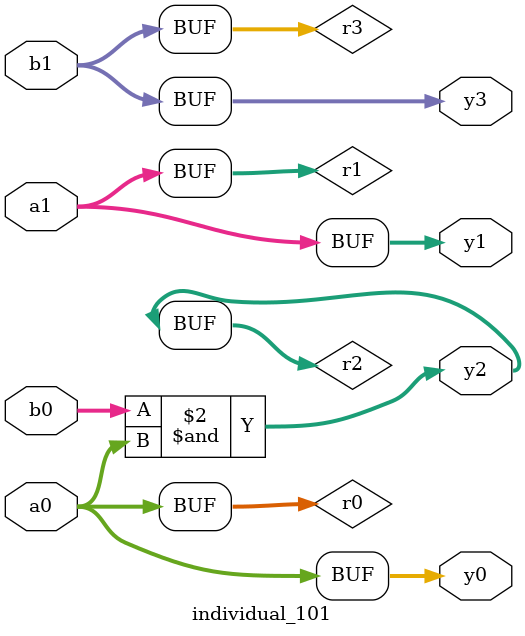
<source format=sv>
module individual_101(input logic [15:0] a1, input logic [15:0] a0, input logic [15:0] b1, input logic [15:0] b0, output logic [15:0] y3, output logic [15:0] y2, output logic [15:0] y1, output logic [15:0] y0);
logic [15:0] r0, r1, r2, r3; 
 always@(*) begin 
	 r0 = a0; r1 = a1; r2 = b0; r3 = b1; 
 	 r2  &=  a0 ;
 	 y3 = r3; y2 = r2; y1 = r1; y0 = r0; 
end
endmodule
</source>
